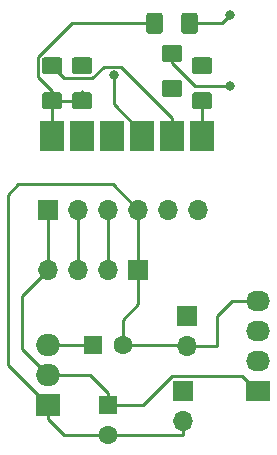
<source format=gbr>
G04 #@! TF.GenerationSoftware,KiCad,Pcbnew,5.0.2+dfsg1-1*
G04 #@! TF.CreationDate,2019-05-02T19:47:23-04:00*
G04 #@! TF.ProjectId,v1,76312e6b-6963-4616-945f-706362585858,rev?*
G04 #@! TF.SameCoordinates,Original*
G04 #@! TF.FileFunction,Copper,L1,Top*
G04 #@! TF.FilePolarity,Positive*
%FSLAX46Y46*%
G04 Gerber Fmt 4.6, Leading zero omitted, Abs format (unit mm)*
G04 Created by KiCad (PCBNEW 5.0.2+dfsg1-1) date Thu 02 May 2019 07:47:23 PM EDT*
%MOMM*%
%LPD*%
G01*
G04 APERTURE LIST*
G04 #@! TA.AperFunction,SMDPad,CuDef*
%ADD10R,2.000000X2.540000*%
G04 #@! TD*
G04 #@! TA.AperFunction,ComponentPad*
%ADD11R,2.032000X1.727200*%
G04 #@! TD*
G04 #@! TA.AperFunction,ComponentPad*
%ADD12O,2.032000X1.727200*%
G04 #@! TD*
G04 #@! TA.AperFunction,Conductor*
%ADD13C,0.100000*%
G04 #@! TD*
G04 #@! TA.AperFunction,SMDPad,CuDef*
%ADD14C,1.425000*%
G04 #@! TD*
G04 #@! TA.AperFunction,ComponentPad*
%ADD15O,1.700000X1.700000*%
G04 #@! TD*
G04 #@! TA.AperFunction,ComponentPad*
%ADD16R,1.700000X1.700000*%
G04 #@! TD*
G04 #@! TA.AperFunction,ComponentPad*
%ADD17C,1.600000*%
G04 #@! TD*
G04 #@! TA.AperFunction,ComponentPad*
%ADD18R,1.600000X1.600000*%
G04 #@! TD*
G04 #@! TA.AperFunction,ComponentPad*
%ADD19R,2.000000X1.905000*%
G04 #@! TD*
G04 #@! TA.AperFunction,ComponentPad*
%ADD20O,2.000000X1.905000*%
G04 #@! TD*
G04 #@! TA.AperFunction,ViaPad*
%ADD21C,0.800000*%
G04 #@! TD*
G04 #@! TA.AperFunction,Conductor*
%ADD22C,0.250000*%
G04 #@! TD*
G04 APERTURE END LIST*
D10*
G04 #@! TO.P,J1,6*
G04 #@! TO.N,Net-(J1-Pad6)*
X120650000Y-100330000D03*
G04 #@! TO.P,J1,5*
G04 #@! TO.N,Net-(J1-Pad5)*
X118110000Y-100330000D03*
G04 #@! TO.P,J1,4*
G04 #@! TO.N,Net-(J1-Pad4)*
X115570000Y-100330000D03*
G04 #@! TO.P,J1,3*
G04 #@! TO.N,Net-(J1-Pad3)*
X113030000Y-100330000D03*
G04 #@! TO.P,J1,2*
G04 #@! TO.N,Net-(J1-Pad2)*
X110490000Y-100330000D03*
G04 #@! TO.P,J1,1*
G04 #@! TO.N,Net-(J1-Pad1)*
X107950000Y-100330000D03*
G04 #@! TD*
D11*
G04 #@! TO.P,U3,1*
G04 #@! TO.N,Net-(C2-Pad1)*
X125420899Y-121920000D03*
D12*
G04 #@! TO.P,U3,2*
G04 #@! TO.N,Net-(J2-Pad5)*
X125420899Y-119380000D03*
G04 #@! TO.P,U3,3*
G04 #@! TO.N,N/C*
X125420899Y-116840000D03*
G04 #@! TO.P,U3,4*
G04 #@! TO.N,Earth*
X125420899Y-114300000D03*
G04 #@! TD*
D13*
G04 #@! TO.N,Net-(R5-Pad1)*
G04 #@! TO.C,R5*
G36*
X118759504Y-92633704D02*
X118783773Y-92637304D01*
X118807571Y-92643265D01*
X118830671Y-92651530D01*
X118852849Y-92662020D01*
X118873893Y-92674633D01*
X118893598Y-92689247D01*
X118911777Y-92705723D01*
X118928253Y-92723902D01*
X118942867Y-92743607D01*
X118955480Y-92764651D01*
X118965970Y-92786829D01*
X118974235Y-92809929D01*
X118980196Y-92833727D01*
X118983796Y-92857996D01*
X118985000Y-92882500D01*
X118985000Y-93807500D01*
X118983796Y-93832004D01*
X118980196Y-93856273D01*
X118974235Y-93880071D01*
X118965970Y-93903171D01*
X118955480Y-93925349D01*
X118942867Y-93946393D01*
X118928253Y-93966098D01*
X118911777Y-93984277D01*
X118893598Y-94000753D01*
X118873893Y-94015367D01*
X118852849Y-94027980D01*
X118830671Y-94038470D01*
X118807571Y-94046735D01*
X118783773Y-94052696D01*
X118759504Y-94056296D01*
X118735000Y-94057500D01*
X117485000Y-94057500D01*
X117460496Y-94056296D01*
X117436227Y-94052696D01*
X117412429Y-94046735D01*
X117389329Y-94038470D01*
X117367151Y-94027980D01*
X117346107Y-94015367D01*
X117326402Y-94000753D01*
X117308223Y-93984277D01*
X117291747Y-93966098D01*
X117277133Y-93946393D01*
X117264520Y-93925349D01*
X117254030Y-93903171D01*
X117245765Y-93880071D01*
X117239804Y-93856273D01*
X117236204Y-93832004D01*
X117235000Y-93807500D01*
X117235000Y-92882500D01*
X117236204Y-92857996D01*
X117239804Y-92833727D01*
X117245765Y-92809929D01*
X117254030Y-92786829D01*
X117264520Y-92764651D01*
X117277133Y-92743607D01*
X117291747Y-92723902D01*
X117308223Y-92705723D01*
X117326402Y-92689247D01*
X117346107Y-92674633D01*
X117367151Y-92662020D01*
X117389329Y-92651530D01*
X117412429Y-92643265D01*
X117436227Y-92637304D01*
X117460496Y-92633704D01*
X117485000Y-92632500D01*
X118735000Y-92632500D01*
X118759504Y-92633704D01*
X118759504Y-92633704D01*
G37*
D14*
G04 #@! TD*
G04 #@! TO.P,R5,1*
G04 #@! TO.N,Net-(R5-Pad1)*
X118110000Y-93345000D03*
D13*
G04 #@! TO.N,Net-(J1-Pad4)*
G04 #@! TO.C,R5*
G36*
X118759504Y-95608704D02*
X118783773Y-95612304D01*
X118807571Y-95618265D01*
X118830671Y-95626530D01*
X118852849Y-95637020D01*
X118873893Y-95649633D01*
X118893598Y-95664247D01*
X118911777Y-95680723D01*
X118928253Y-95698902D01*
X118942867Y-95718607D01*
X118955480Y-95739651D01*
X118965970Y-95761829D01*
X118974235Y-95784929D01*
X118980196Y-95808727D01*
X118983796Y-95832996D01*
X118985000Y-95857500D01*
X118985000Y-96782500D01*
X118983796Y-96807004D01*
X118980196Y-96831273D01*
X118974235Y-96855071D01*
X118965970Y-96878171D01*
X118955480Y-96900349D01*
X118942867Y-96921393D01*
X118928253Y-96941098D01*
X118911777Y-96959277D01*
X118893598Y-96975753D01*
X118873893Y-96990367D01*
X118852849Y-97002980D01*
X118830671Y-97013470D01*
X118807571Y-97021735D01*
X118783773Y-97027696D01*
X118759504Y-97031296D01*
X118735000Y-97032500D01*
X117485000Y-97032500D01*
X117460496Y-97031296D01*
X117436227Y-97027696D01*
X117412429Y-97021735D01*
X117389329Y-97013470D01*
X117367151Y-97002980D01*
X117346107Y-96990367D01*
X117326402Y-96975753D01*
X117308223Y-96959277D01*
X117291747Y-96941098D01*
X117277133Y-96921393D01*
X117264520Y-96900349D01*
X117254030Y-96878171D01*
X117245765Y-96855071D01*
X117239804Y-96831273D01*
X117236204Y-96807004D01*
X117235000Y-96782500D01*
X117235000Y-95857500D01*
X117236204Y-95832996D01*
X117239804Y-95808727D01*
X117245765Y-95784929D01*
X117254030Y-95761829D01*
X117264520Y-95739651D01*
X117277133Y-95718607D01*
X117291747Y-95698902D01*
X117308223Y-95680723D01*
X117326402Y-95664247D01*
X117346107Y-95649633D01*
X117367151Y-95637020D01*
X117389329Y-95626530D01*
X117412429Y-95618265D01*
X117436227Y-95612304D01*
X117460496Y-95608704D01*
X117485000Y-95607500D01*
X118735000Y-95607500D01*
X118759504Y-95608704D01*
X118759504Y-95608704D01*
G37*
D14*
G04 #@! TD*
G04 #@! TO.P,R5,2*
G04 #@! TO.N,Net-(J1-Pad4)*
X118110000Y-96320000D03*
D13*
G04 #@! TO.N,Net-(J1-Pad5)*
G04 #@! TO.C,R4*
G36*
X108599504Y-93686204D02*
X108623773Y-93689804D01*
X108647571Y-93695765D01*
X108670671Y-93704030D01*
X108692849Y-93714520D01*
X108713893Y-93727133D01*
X108733598Y-93741747D01*
X108751777Y-93758223D01*
X108768253Y-93776402D01*
X108782867Y-93796107D01*
X108795480Y-93817151D01*
X108805970Y-93839329D01*
X108814235Y-93862429D01*
X108820196Y-93886227D01*
X108823796Y-93910496D01*
X108825000Y-93935000D01*
X108825000Y-94860000D01*
X108823796Y-94884504D01*
X108820196Y-94908773D01*
X108814235Y-94932571D01*
X108805970Y-94955671D01*
X108795480Y-94977849D01*
X108782867Y-94998893D01*
X108768253Y-95018598D01*
X108751777Y-95036777D01*
X108733598Y-95053253D01*
X108713893Y-95067867D01*
X108692849Y-95080480D01*
X108670671Y-95090970D01*
X108647571Y-95099235D01*
X108623773Y-95105196D01*
X108599504Y-95108796D01*
X108575000Y-95110000D01*
X107325000Y-95110000D01*
X107300496Y-95108796D01*
X107276227Y-95105196D01*
X107252429Y-95099235D01*
X107229329Y-95090970D01*
X107207151Y-95080480D01*
X107186107Y-95067867D01*
X107166402Y-95053253D01*
X107148223Y-95036777D01*
X107131747Y-95018598D01*
X107117133Y-94998893D01*
X107104520Y-94977849D01*
X107094030Y-94955671D01*
X107085765Y-94932571D01*
X107079804Y-94908773D01*
X107076204Y-94884504D01*
X107075000Y-94860000D01*
X107075000Y-93935000D01*
X107076204Y-93910496D01*
X107079804Y-93886227D01*
X107085765Y-93862429D01*
X107094030Y-93839329D01*
X107104520Y-93817151D01*
X107117133Y-93796107D01*
X107131747Y-93776402D01*
X107148223Y-93758223D01*
X107166402Y-93741747D01*
X107186107Y-93727133D01*
X107207151Y-93714520D01*
X107229329Y-93704030D01*
X107252429Y-93695765D01*
X107276227Y-93689804D01*
X107300496Y-93686204D01*
X107325000Y-93685000D01*
X108575000Y-93685000D01*
X108599504Y-93686204D01*
X108599504Y-93686204D01*
G37*
D14*
G04 #@! TD*
G04 #@! TO.P,R4,2*
G04 #@! TO.N,Net-(J1-Pad5)*
X107950000Y-94397500D03*
D13*
G04 #@! TO.N,Net-(J1-Pad1)*
G04 #@! TO.C,R4*
G36*
X108599504Y-96661204D02*
X108623773Y-96664804D01*
X108647571Y-96670765D01*
X108670671Y-96679030D01*
X108692849Y-96689520D01*
X108713893Y-96702133D01*
X108733598Y-96716747D01*
X108751777Y-96733223D01*
X108768253Y-96751402D01*
X108782867Y-96771107D01*
X108795480Y-96792151D01*
X108805970Y-96814329D01*
X108814235Y-96837429D01*
X108820196Y-96861227D01*
X108823796Y-96885496D01*
X108825000Y-96910000D01*
X108825000Y-97835000D01*
X108823796Y-97859504D01*
X108820196Y-97883773D01*
X108814235Y-97907571D01*
X108805970Y-97930671D01*
X108795480Y-97952849D01*
X108782867Y-97973893D01*
X108768253Y-97993598D01*
X108751777Y-98011777D01*
X108733598Y-98028253D01*
X108713893Y-98042867D01*
X108692849Y-98055480D01*
X108670671Y-98065970D01*
X108647571Y-98074235D01*
X108623773Y-98080196D01*
X108599504Y-98083796D01*
X108575000Y-98085000D01*
X107325000Y-98085000D01*
X107300496Y-98083796D01*
X107276227Y-98080196D01*
X107252429Y-98074235D01*
X107229329Y-98065970D01*
X107207151Y-98055480D01*
X107186107Y-98042867D01*
X107166402Y-98028253D01*
X107148223Y-98011777D01*
X107131747Y-97993598D01*
X107117133Y-97973893D01*
X107104520Y-97952849D01*
X107094030Y-97930671D01*
X107085765Y-97907571D01*
X107079804Y-97883773D01*
X107076204Y-97859504D01*
X107075000Y-97835000D01*
X107075000Y-96910000D01*
X107076204Y-96885496D01*
X107079804Y-96861227D01*
X107085765Y-96837429D01*
X107094030Y-96814329D01*
X107104520Y-96792151D01*
X107117133Y-96771107D01*
X107131747Y-96751402D01*
X107148223Y-96733223D01*
X107166402Y-96716747D01*
X107186107Y-96702133D01*
X107207151Y-96689520D01*
X107229329Y-96679030D01*
X107252429Y-96670765D01*
X107276227Y-96664804D01*
X107300496Y-96661204D01*
X107325000Y-96660000D01*
X108575000Y-96660000D01*
X108599504Y-96661204D01*
X108599504Y-96661204D01*
G37*
D14*
G04 #@! TD*
G04 #@! TO.P,R4,1*
G04 #@! TO.N,Net-(J1-Pad1)*
X107950000Y-97372500D03*
D13*
G04 #@! TO.N,Net-(J1-Pad1)*
G04 #@! TO.C,R3*
G36*
X121299504Y-93686204D02*
X121323773Y-93689804D01*
X121347571Y-93695765D01*
X121370671Y-93704030D01*
X121392849Y-93714520D01*
X121413893Y-93727133D01*
X121433598Y-93741747D01*
X121451777Y-93758223D01*
X121468253Y-93776402D01*
X121482867Y-93796107D01*
X121495480Y-93817151D01*
X121505970Y-93839329D01*
X121514235Y-93862429D01*
X121520196Y-93886227D01*
X121523796Y-93910496D01*
X121525000Y-93935000D01*
X121525000Y-94860000D01*
X121523796Y-94884504D01*
X121520196Y-94908773D01*
X121514235Y-94932571D01*
X121505970Y-94955671D01*
X121495480Y-94977849D01*
X121482867Y-94998893D01*
X121468253Y-95018598D01*
X121451777Y-95036777D01*
X121433598Y-95053253D01*
X121413893Y-95067867D01*
X121392849Y-95080480D01*
X121370671Y-95090970D01*
X121347571Y-95099235D01*
X121323773Y-95105196D01*
X121299504Y-95108796D01*
X121275000Y-95110000D01*
X120025000Y-95110000D01*
X120000496Y-95108796D01*
X119976227Y-95105196D01*
X119952429Y-95099235D01*
X119929329Y-95090970D01*
X119907151Y-95080480D01*
X119886107Y-95067867D01*
X119866402Y-95053253D01*
X119848223Y-95036777D01*
X119831747Y-95018598D01*
X119817133Y-94998893D01*
X119804520Y-94977849D01*
X119794030Y-94955671D01*
X119785765Y-94932571D01*
X119779804Y-94908773D01*
X119776204Y-94884504D01*
X119775000Y-94860000D01*
X119775000Y-93935000D01*
X119776204Y-93910496D01*
X119779804Y-93886227D01*
X119785765Y-93862429D01*
X119794030Y-93839329D01*
X119804520Y-93817151D01*
X119817133Y-93796107D01*
X119831747Y-93776402D01*
X119848223Y-93758223D01*
X119866402Y-93741747D01*
X119886107Y-93727133D01*
X119907151Y-93714520D01*
X119929329Y-93704030D01*
X119952429Y-93695765D01*
X119976227Y-93689804D01*
X120000496Y-93686204D01*
X120025000Y-93685000D01*
X121275000Y-93685000D01*
X121299504Y-93686204D01*
X121299504Y-93686204D01*
G37*
D14*
G04 #@! TD*
G04 #@! TO.P,R3,1*
G04 #@! TO.N,Net-(J1-Pad1)*
X120650000Y-94397500D03*
D13*
G04 #@! TO.N,Net-(J1-Pad6)*
G04 #@! TO.C,R3*
G36*
X121299504Y-96661204D02*
X121323773Y-96664804D01*
X121347571Y-96670765D01*
X121370671Y-96679030D01*
X121392849Y-96689520D01*
X121413893Y-96702133D01*
X121433598Y-96716747D01*
X121451777Y-96733223D01*
X121468253Y-96751402D01*
X121482867Y-96771107D01*
X121495480Y-96792151D01*
X121505970Y-96814329D01*
X121514235Y-96837429D01*
X121520196Y-96861227D01*
X121523796Y-96885496D01*
X121525000Y-96910000D01*
X121525000Y-97835000D01*
X121523796Y-97859504D01*
X121520196Y-97883773D01*
X121514235Y-97907571D01*
X121505970Y-97930671D01*
X121495480Y-97952849D01*
X121482867Y-97973893D01*
X121468253Y-97993598D01*
X121451777Y-98011777D01*
X121433598Y-98028253D01*
X121413893Y-98042867D01*
X121392849Y-98055480D01*
X121370671Y-98065970D01*
X121347571Y-98074235D01*
X121323773Y-98080196D01*
X121299504Y-98083796D01*
X121275000Y-98085000D01*
X120025000Y-98085000D01*
X120000496Y-98083796D01*
X119976227Y-98080196D01*
X119952429Y-98074235D01*
X119929329Y-98065970D01*
X119907151Y-98055480D01*
X119886107Y-98042867D01*
X119866402Y-98028253D01*
X119848223Y-98011777D01*
X119831747Y-97993598D01*
X119817133Y-97973893D01*
X119804520Y-97952849D01*
X119794030Y-97930671D01*
X119785765Y-97907571D01*
X119779804Y-97883773D01*
X119776204Y-97859504D01*
X119775000Y-97835000D01*
X119775000Y-96910000D01*
X119776204Y-96885496D01*
X119779804Y-96861227D01*
X119785765Y-96837429D01*
X119794030Y-96814329D01*
X119804520Y-96792151D01*
X119817133Y-96771107D01*
X119831747Y-96751402D01*
X119848223Y-96733223D01*
X119866402Y-96716747D01*
X119886107Y-96702133D01*
X119907151Y-96689520D01*
X119929329Y-96679030D01*
X119952429Y-96670765D01*
X119976227Y-96664804D01*
X120000496Y-96661204D01*
X120025000Y-96660000D01*
X121275000Y-96660000D01*
X121299504Y-96661204D01*
X121299504Y-96661204D01*
G37*
D14*
G04 #@! TD*
G04 #@! TO.P,R3,2*
G04 #@! TO.N,Net-(J1-Pad6)*
X120650000Y-97372500D03*
D13*
G04 #@! TO.N,Net-(R2-Pad2)*
G04 #@! TO.C,R2*
G36*
X120084504Y-89931204D02*
X120108773Y-89934804D01*
X120132571Y-89940765D01*
X120155671Y-89949030D01*
X120177849Y-89959520D01*
X120198893Y-89972133D01*
X120218598Y-89986747D01*
X120236777Y-90003223D01*
X120253253Y-90021402D01*
X120267867Y-90041107D01*
X120280480Y-90062151D01*
X120290970Y-90084329D01*
X120299235Y-90107429D01*
X120305196Y-90131227D01*
X120308796Y-90155496D01*
X120310000Y-90180000D01*
X120310000Y-91430000D01*
X120308796Y-91454504D01*
X120305196Y-91478773D01*
X120299235Y-91502571D01*
X120290970Y-91525671D01*
X120280480Y-91547849D01*
X120267867Y-91568893D01*
X120253253Y-91588598D01*
X120236777Y-91606777D01*
X120218598Y-91623253D01*
X120198893Y-91637867D01*
X120177849Y-91650480D01*
X120155671Y-91660970D01*
X120132571Y-91669235D01*
X120108773Y-91675196D01*
X120084504Y-91678796D01*
X120060000Y-91680000D01*
X119135000Y-91680000D01*
X119110496Y-91678796D01*
X119086227Y-91675196D01*
X119062429Y-91669235D01*
X119039329Y-91660970D01*
X119017151Y-91650480D01*
X118996107Y-91637867D01*
X118976402Y-91623253D01*
X118958223Y-91606777D01*
X118941747Y-91588598D01*
X118927133Y-91568893D01*
X118914520Y-91547849D01*
X118904030Y-91525671D01*
X118895765Y-91502571D01*
X118889804Y-91478773D01*
X118886204Y-91454504D01*
X118885000Y-91430000D01*
X118885000Y-90180000D01*
X118886204Y-90155496D01*
X118889804Y-90131227D01*
X118895765Y-90107429D01*
X118904030Y-90084329D01*
X118914520Y-90062151D01*
X118927133Y-90041107D01*
X118941747Y-90021402D01*
X118958223Y-90003223D01*
X118976402Y-89986747D01*
X118996107Y-89972133D01*
X119017151Y-89959520D01*
X119039329Y-89949030D01*
X119062429Y-89940765D01*
X119086227Y-89934804D01*
X119110496Y-89931204D01*
X119135000Y-89930000D01*
X120060000Y-89930000D01*
X120084504Y-89931204D01*
X120084504Y-89931204D01*
G37*
D14*
G04 #@! TD*
G04 #@! TO.P,R2,2*
G04 #@! TO.N,Net-(R2-Pad2)*
X119597500Y-90805000D03*
D13*
G04 #@! TO.N,Net-(J1-Pad1)*
G04 #@! TO.C,R2*
G36*
X117109504Y-89931204D02*
X117133773Y-89934804D01*
X117157571Y-89940765D01*
X117180671Y-89949030D01*
X117202849Y-89959520D01*
X117223893Y-89972133D01*
X117243598Y-89986747D01*
X117261777Y-90003223D01*
X117278253Y-90021402D01*
X117292867Y-90041107D01*
X117305480Y-90062151D01*
X117315970Y-90084329D01*
X117324235Y-90107429D01*
X117330196Y-90131227D01*
X117333796Y-90155496D01*
X117335000Y-90180000D01*
X117335000Y-91430000D01*
X117333796Y-91454504D01*
X117330196Y-91478773D01*
X117324235Y-91502571D01*
X117315970Y-91525671D01*
X117305480Y-91547849D01*
X117292867Y-91568893D01*
X117278253Y-91588598D01*
X117261777Y-91606777D01*
X117243598Y-91623253D01*
X117223893Y-91637867D01*
X117202849Y-91650480D01*
X117180671Y-91660970D01*
X117157571Y-91669235D01*
X117133773Y-91675196D01*
X117109504Y-91678796D01*
X117085000Y-91680000D01*
X116160000Y-91680000D01*
X116135496Y-91678796D01*
X116111227Y-91675196D01*
X116087429Y-91669235D01*
X116064329Y-91660970D01*
X116042151Y-91650480D01*
X116021107Y-91637867D01*
X116001402Y-91623253D01*
X115983223Y-91606777D01*
X115966747Y-91588598D01*
X115952133Y-91568893D01*
X115939520Y-91547849D01*
X115929030Y-91525671D01*
X115920765Y-91502571D01*
X115914804Y-91478773D01*
X115911204Y-91454504D01*
X115910000Y-91430000D01*
X115910000Y-90180000D01*
X115911204Y-90155496D01*
X115914804Y-90131227D01*
X115920765Y-90107429D01*
X115929030Y-90084329D01*
X115939520Y-90062151D01*
X115952133Y-90041107D01*
X115966747Y-90021402D01*
X115983223Y-90003223D01*
X116001402Y-89986747D01*
X116021107Y-89972133D01*
X116042151Y-89959520D01*
X116064329Y-89949030D01*
X116087429Y-89940765D01*
X116111227Y-89934804D01*
X116135496Y-89931204D01*
X116160000Y-89930000D01*
X117085000Y-89930000D01*
X117109504Y-89931204D01*
X117109504Y-89931204D01*
G37*
D14*
G04 #@! TD*
G04 #@! TO.P,R2,1*
G04 #@! TO.N,Net-(J1-Pad1)*
X116622500Y-90805000D03*
D13*
G04 #@! TO.N,Net-(J1-Pad1)*
G04 #@! TO.C,R1*
G36*
X111139504Y-96661204D02*
X111163773Y-96664804D01*
X111187571Y-96670765D01*
X111210671Y-96679030D01*
X111232849Y-96689520D01*
X111253893Y-96702133D01*
X111273598Y-96716747D01*
X111291777Y-96733223D01*
X111308253Y-96751402D01*
X111322867Y-96771107D01*
X111335480Y-96792151D01*
X111345970Y-96814329D01*
X111354235Y-96837429D01*
X111360196Y-96861227D01*
X111363796Y-96885496D01*
X111365000Y-96910000D01*
X111365000Y-97835000D01*
X111363796Y-97859504D01*
X111360196Y-97883773D01*
X111354235Y-97907571D01*
X111345970Y-97930671D01*
X111335480Y-97952849D01*
X111322867Y-97973893D01*
X111308253Y-97993598D01*
X111291777Y-98011777D01*
X111273598Y-98028253D01*
X111253893Y-98042867D01*
X111232849Y-98055480D01*
X111210671Y-98065970D01*
X111187571Y-98074235D01*
X111163773Y-98080196D01*
X111139504Y-98083796D01*
X111115000Y-98085000D01*
X109865000Y-98085000D01*
X109840496Y-98083796D01*
X109816227Y-98080196D01*
X109792429Y-98074235D01*
X109769329Y-98065970D01*
X109747151Y-98055480D01*
X109726107Y-98042867D01*
X109706402Y-98028253D01*
X109688223Y-98011777D01*
X109671747Y-97993598D01*
X109657133Y-97973893D01*
X109644520Y-97952849D01*
X109634030Y-97930671D01*
X109625765Y-97907571D01*
X109619804Y-97883773D01*
X109616204Y-97859504D01*
X109615000Y-97835000D01*
X109615000Y-96910000D01*
X109616204Y-96885496D01*
X109619804Y-96861227D01*
X109625765Y-96837429D01*
X109634030Y-96814329D01*
X109644520Y-96792151D01*
X109657133Y-96771107D01*
X109671747Y-96751402D01*
X109688223Y-96733223D01*
X109706402Y-96716747D01*
X109726107Y-96702133D01*
X109747151Y-96689520D01*
X109769329Y-96679030D01*
X109792429Y-96670765D01*
X109816227Y-96664804D01*
X109840496Y-96661204D01*
X109865000Y-96660000D01*
X111115000Y-96660000D01*
X111139504Y-96661204D01*
X111139504Y-96661204D01*
G37*
D14*
G04 #@! TD*
G04 #@! TO.P,R1,1*
G04 #@! TO.N,Net-(J1-Pad1)*
X110490000Y-97372500D03*
D13*
G04 #@! TO.N,Net-(R1-Pad2)*
G04 #@! TO.C,R1*
G36*
X111139504Y-93686204D02*
X111163773Y-93689804D01*
X111187571Y-93695765D01*
X111210671Y-93704030D01*
X111232849Y-93714520D01*
X111253893Y-93727133D01*
X111273598Y-93741747D01*
X111291777Y-93758223D01*
X111308253Y-93776402D01*
X111322867Y-93796107D01*
X111335480Y-93817151D01*
X111345970Y-93839329D01*
X111354235Y-93862429D01*
X111360196Y-93886227D01*
X111363796Y-93910496D01*
X111365000Y-93935000D01*
X111365000Y-94860000D01*
X111363796Y-94884504D01*
X111360196Y-94908773D01*
X111354235Y-94932571D01*
X111345970Y-94955671D01*
X111335480Y-94977849D01*
X111322867Y-94998893D01*
X111308253Y-95018598D01*
X111291777Y-95036777D01*
X111273598Y-95053253D01*
X111253893Y-95067867D01*
X111232849Y-95080480D01*
X111210671Y-95090970D01*
X111187571Y-95099235D01*
X111163773Y-95105196D01*
X111139504Y-95108796D01*
X111115000Y-95110000D01*
X109865000Y-95110000D01*
X109840496Y-95108796D01*
X109816227Y-95105196D01*
X109792429Y-95099235D01*
X109769329Y-95090970D01*
X109747151Y-95080480D01*
X109726107Y-95067867D01*
X109706402Y-95053253D01*
X109688223Y-95036777D01*
X109671747Y-95018598D01*
X109657133Y-94998893D01*
X109644520Y-94977849D01*
X109634030Y-94955671D01*
X109625765Y-94932571D01*
X109619804Y-94908773D01*
X109616204Y-94884504D01*
X109615000Y-94860000D01*
X109615000Y-93935000D01*
X109616204Y-93910496D01*
X109619804Y-93886227D01*
X109625765Y-93862429D01*
X109634030Y-93839329D01*
X109644520Y-93817151D01*
X109657133Y-93796107D01*
X109671747Y-93776402D01*
X109688223Y-93758223D01*
X109706402Y-93741747D01*
X109726107Y-93727133D01*
X109747151Y-93714520D01*
X109769329Y-93704030D01*
X109792429Y-93695765D01*
X109816227Y-93689804D01*
X109840496Y-93686204D01*
X109865000Y-93685000D01*
X111115000Y-93685000D01*
X111139504Y-93686204D01*
X111139504Y-93686204D01*
G37*
D14*
G04 #@! TD*
G04 #@! TO.P,R1,2*
G04 #@! TO.N,Net-(R1-Pad2)*
X110490000Y-94397500D03*
D15*
G04 #@! TO.P,J2,6*
G04 #@! TO.N,Net-(J2-Pad6)*
X120340899Y-106587584D03*
G04 #@! TO.P,J2,5*
G04 #@! TO.N,Net-(J2-Pad5)*
X117800899Y-106587584D03*
G04 #@! TO.P,J2,4*
G04 #@! TO.N,Earth*
X115260899Y-106587584D03*
G04 #@! TO.P,J2,3*
G04 #@! TO.N,Net-(J2-Pad3)*
X112720899Y-106587584D03*
G04 #@! TO.P,J2,2*
G04 #@! TO.N,Net-(J2-Pad2)*
X110180899Y-106587584D03*
D16*
G04 #@! TO.P,J2,1*
G04 #@! TO.N,Net-(C2-Pad1)*
X107640899Y-106587584D03*
G04 #@! TD*
D17*
G04 #@! TO.P,C2,2*
G04 #@! TO.N,Earth*
X112720899Y-125637584D03*
D18*
G04 #@! TO.P,C2,1*
G04 #@! TO.N,Net-(C2-Pad1)*
X112720899Y-123137584D03*
G04 #@! TD*
G04 #@! TO.P,C1,1*
G04 #@! TO.N,Net-(C1-Pad1)*
X111450899Y-118017584D03*
D17*
G04 #@! TO.P,C1,2*
G04 #@! TO.N,Earth*
X113950899Y-118017584D03*
G04 #@! TD*
D15*
G04 #@! TO.P,Prog1,2*
G04 #@! TO.N,Earth*
X119070899Y-124460000D03*
D16*
G04 #@! TO.P,Prog1,1*
G04 #@! TO.N,Net-(J2-Pad6)*
X119070899Y-121920000D03*
G04 #@! TD*
G04 #@! TO.P,Power1,1*
G04 #@! TO.N,Net-(C1-Pad1)*
X119380000Y-115570000D03*
D15*
G04 #@! TO.P,Power1,2*
G04 #@! TO.N,Earth*
X119380000Y-118110000D03*
G04 #@! TD*
D16*
G04 #@! TO.P,TTL1,1*
G04 #@! TO.N,Earth*
X115260899Y-111667584D03*
D15*
G04 #@! TO.P,TTL1,2*
G04 #@! TO.N,Net-(J2-Pad3)*
X112720899Y-111667584D03*
G04 #@! TO.P,TTL1,3*
G04 #@! TO.N,Net-(J2-Pad2)*
X110180899Y-111667584D03*
G04 #@! TO.P,TTL1,4*
G04 #@! TO.N,Net-(C2-Pad1)*
X107640899Y-111667584D03*
G04 #@! TD*
D19*
G04 #@! TO.P,U2,1*
G04 #@! TO.N,Earth*
X107640899Y-123097584D03*
D20*
G04 #@! TO.P,U2,2*
G04 #@! TO.N,Net-(C2-Pad1)*
X107640899Y-120557584D03*
G04 #@! TO.P,U2,3*
G04 #@! TO.N,Net-(C1-Pad1)*
X107640899Y-118017584D03*
G04 #@! TD*
D21*
G04 #@! TO.N,Net-(R1-Pad2)*
X110429998Y-94397500D03*
G04 #@! TO.N,Net-(R2-Pad2)*
X123037500Y-90115000D03*
G04 #@! TO.N,Net-(R5-Pad1)*
X123037500Y-96115000D03*
G04 #@! TO.N,Net-(J1-Pad1)*
X120650000Y-94397500D03*
X116622500Y-90805000D03*
G04 #@! TO.N,Net-(J1-Pad6)*
X120650000Y-97155000D03*
X120650000Y-99890000D03*
G04 #@! TO.N,Net-(J1-Pad5)*
X107950000Y-94397500D03*
G04 #@! TO.N,Net-(J1-Pad4)*
X113180000Y-95195000D03*
X115570000Y-100330000D03*
X118110000Y-96320000D03*
G04 #@! TO.N,Net-(J1-Pad3)*
X113030000Y-100330000D03*
G04 #@! TO.N,Net-(J1-Pad2)*
X110490000Y-100330000D03*
G04 #@! TD*
D22*
G04 #@! TO.N,Net-(C2-Pad1)*
X107640899Y-107687584D02*
X107640899Y-111667584D01*
X107640899Y-106587584D02*
X107640899Y-107687584D01*
X107640899Y-111667584D02*
X105410000Y-113898483D01*
X107593399Y-120557584D02*
X107640899Y-120557584D01*
X105410000Y-118374185D02*
X107593399Y-120557584D01*
X105410000Y-113898483D02*
X105410000Y-118374185D01*
X125268499Y-121920000D02*
X123998499Y-120650000D01*
X125420899Y-121920000D02*
X125268499Y-121920000D01*
X123998499Y-120650000D02*
X118110000Y-120650000D01*
X115622416Y-123137584D02*
X112720899Y-123137584D01*
X118110000Y-120650000D02*
X115622416Y-123137584D01*
X108890899Y-120557584D02*
X107640899Y-120557584D01*
X111190899Y-120557584D02*
X108890899Y-120557584D01*
X112720899Y-122087584D02*
X111190899Y-120557584D01*
X112720899Y-123137584D02*
X112720899Y-122087584D01*
G04 #@! TO.N,Net-(R2-Pad2)*
X119597500Y-90805000D02*
X122347500Y-90805000D01*
X122347500Y-90805000D02*
X123037500Y-90115000D01*
G04 #@! TO.N,Net-(R5-Pad1)*
X118110000Y-94157500D02*
X120067500Y-96115000D01*
X120067500Y-96115000D02*
X123037500Y-96115000D01*
X118110000Y-93345000D02*
X118110000Y-94157500D01*
G04 #@! TO.N,Earth*
X115260899Y-107789665D02*
X115260899Y-111667584D01*
X115260899Y-106587584D02*
X115260899Y-107789665D01*
X104230909Y-105319091D02*
X105102406Y-104447594D01*
X104230909Y-119735094D02*
X104230909Y-105319091D01*
X107640899Y-123097584D02*
X107593399Y-123097584D01*
X107593399Y-123097584D02*
X104230909Y-119735094D01*
X113120909Y-104447594D02*
X115260899Y-106587584D01*
X105102406Y-104447594D02*
X113120909Y-104447594D01*
X111589529Y-125637584D02*
X112720899Y-125637584D01*
X108978399Y-125637584D02*
X111589529Y-125637584D01*
X107640899Y-124300084D02*
X108978399Y-125637584D01*
X107640899Y-123097584D02*
X107640899Y-124300084D01*
X112720899Y-125637584D02*
X119070899Y-125637584D01*
X119287584Y-118017584D02*
X119380000Y-118110000D01*
X113950899Y-118017584D02*
X119287584Y-118017584D01*
X115260899Y-111667584D02*
X115260899Y-114609101D01*
X113950899Y-115919101D02*
X113950899Y-118017584D01*
X115260899Y-114609101D02*
X113950899Y-115919101D01*
X119380000Y-118110000D02*
X121920000Y-118110000D01*
X121920000Y-118110000D02*
X121920000Y-115570000D01*
X123190000Y-114300000D02*
X125420899Y-114300000D01*
X121920000Y-115570000D02*
X123190000Y-114300000D01*
X119070899Y-125637584D02*
X119070899Y-124460000D01*
G04 #@! TO.N,Net-(C1-Pad1)*
X107640899Y-118017584D02*
X111450899Y-118017584D01*
G04 #@! TO.N,Net-(J1-Pad1)*
X107950000Y-100330000D02*
X107950000Y-97372500D01*
X109515000Y-97372500D02*
X107950000Y-97372500D01*
X110490000Y-97372500D02*
X109515000Y-97372500D01*
X110490000Y-97372500D02*
X110490000Y-96560000D01*
X115810000Y-90805000D02*
X116622500Y-90805000D01*
X106749990Y-93696820D02*
X109641810Y-90805000D01*
X109641810Y-90805000D02*
X115810000Y-90805000D01*
X106749990Y-95359990D02*
X106749990Y-93696820D01*
X107950000Y-96560000D02*
X106749990Y-95359990D01*
X107950000Y-97372500D02*
X107950000Y-96560000D01*
G04 #@! TO.N,Net-(J1-Pad6)*
X120650000Y-100330000D02*
X120650000Y-97155000D01*
G04 #@! TO.N,Net-(J1-Pad5)*
X108721347Y-95168847D02*
X107950000Y-94397500D01*
X108987510Y-95435010D02*
X108721347Y-95168847D01*
X111353180Y-95435010D02*
X108987510Y-95435010D01*
X112318191Y-94469999D02*
X111353180Y-95435010D01*
X113769999Y-94469999D02*
X112318191Y-94469999D01*
X118110000Y-98810000D02*
X113769999Y-94469999D01*
X118110000Y-100330000D02*
X118110000Y-98810000D01*
G04 #@! TO.N,Net-(J1-Pad4)*
X113180000Y-97670000D02*
X113180000Y-95195000D01*
X115570000Y-100060000D02*
X113180000Y-97670000D01*
X115570000Y-100330000D02*
X115570000Y-100060000D01*
G04 #@! TO.N,Net-(J2-Pad3)*
X112720899Y-111667584D02*
X112720899Y-106587584D01*
G04 #@! TO.N,Net-(J2-Pad2)*
X110180899Y-107789665D02*
X110180899Y-111667584D01*
X110180899Y-106587584D02*
X110180899Y-107789665D01*
G04 #@! TD*
M02*

</source>
